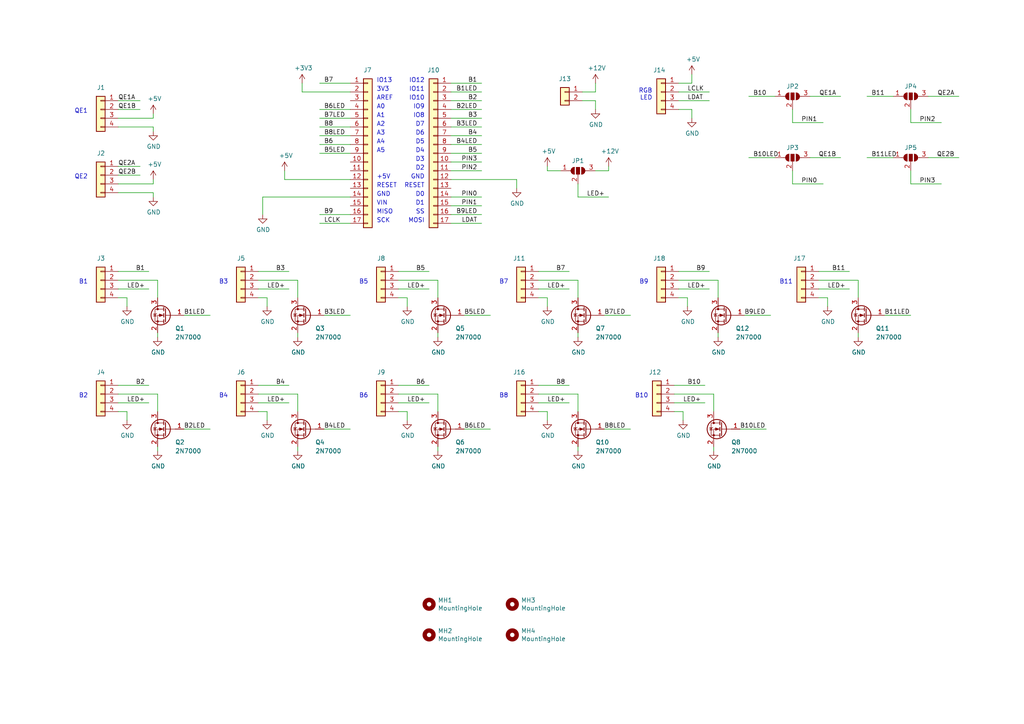
<source format=kicad_sch>
(kicad_sch (version 20211123) (generator eeschema)
  (paper "A4")
  (title_block (rev "v2.0"))
  (lib_symbols
    (symbol "Connector_Generic:Conn_01x02" (pin_names (offset 1.016) hide)
      (property "Reference" "J" (at 0 2.54 0))
      (property "Value" "Conn_01x02" (at 0 -5.08 0))
      (symbol "Conn_01x02_1_1"
        (rectangle (start -1.27 -2.413) (end 0 -2.667) (stroke (width 0.1524)))
        (rectangle (start -1.27 0.127) (end 0 -0.127) (stroke (width 0.1524)))
        (rectangle (start -1.27 1.27) (end 1.27 -3.81) (stroke (width 0.254)) (fill (type background)))
        (pin passive line (at -5.08 0 0) (length 3.81) (name "Pin_1") (number "1"))
        (pin passive line (at -5.08 -2.54 0) (length 3.81) (name "Pin_2") (number "2"))
      )
    )
    (symbol "Connector_Generic:Conn_01x04" (pin_names (offset 1.016) hide)
      (property "Reference" "J" (at 0 5.08 0))
      (property "Value" "Conn_01x04" (at 0 -7.62 0))
      (symbol "Conn_01x04_1_1"
        (rectangle (start -1.27 -4.953) (end 0 -5.207) (stroke (width 0.1524)))
        (rectangle (start -1.27 -2.413) (end 0 -2.667) (stroke (width 0.1524)))
        (rectangle (start -1.27 0.127) (end 0 -0.127) (stroke (width 0.1524)))
        (rectangle (start -1.27 2.667) (end 0 2.413) (stroke (width 0.1524)))
        (rectangle (start -1.27 3.81) (end 1.27 -6.35) (stroke (width 0.254)) (fill (type background)))
        (pin passive line (at -5.08 2.54 0) (length 3.81) (name "Pin_1") (number "1"))
        (pin passive line (at -5.08 0 0) (length 3.81) (name "Pin_2") (number "2"))
        (pin passive line (at -5.08 -2.54 0) (length 3.81) (name "Pin_3") (number "3"))
        (pin passive line (at -5.08 -5.08 0) (length 3.81) (name "Pin_4") (number "4"))
      )
    )
    (symbol "Connector_Generic:Conn_01x17" (pin_names (offset 1.016) hide)
      (property "Reference" "J" (at 0 22.86 0))
      (property "Value" "Conn_01x17" (at 0 -22.86 0))
      (symbol "Conn_01x17_1_1"
        (rectangle (start -1.27 -20.193) (end 0 -20.447) (stroke (width 0.1524)))
        (rectangle (start -1.27 -17.653) (end 0 -17.907) (stroke (width 0.1524)))
        (rectangle (start -1.27 -15.113) (end 0 -15.367) (stroke (width 0.1524)))
        (rectangle (start -1.27 -12.573) (end 0 -12.827) (stroke (width 0.1524)))
        (rectangle (start -1.27 -10.033) (end 0 -10.287) (stroke (width 0.1524)))
        (rectangle (start -1.27 -7.493) (end 0 -7.747) (stroke (width 0.1524)))
        (rectangle (start -1.27 -4.953) (end 0 -5.207) (stroke (width 0.1524)))
        (rectangle (start -1.27 -2.413) (end 0 -2.667) (stroke (width 0.1524)))
        (rectangle (start -1.27 0.127) (end 0 -0.127) (stroke (width 0.1524)))
        (rectangle (start -1.27 2.667) (end 0 2.413) (stroke (width 0.1524)))
        (rectangle (start -1.27 5.207) (end 0 4.953) (stroke (width 0.1524)))
        (rectangle (start -1.27 7.747) (end 0 7.493) (stroke (width 0.1524)))
        (rectangle (start -1.27 10.287) (end 0 10.033) (stroke (width 0.1524)))
        (rectangle (start -1.27 12.827) (end 0 12.573) (stroke (width 0.1524)))
        (rectangle (start -1.27 15.367) (end 0 15.113) (stroke (width 0.1524)))
        (rectangle (start -1.27 17.907) (end 0 17.653) (stroke (width 0.1524)))
        (rectangle (start -1.27 20.447) (end 0 20.193) (stroke (width 0.1524)))
        (rectangle (start -1.27 21.59) (end 1.27 -21.59) (stroke (width 0.254)) (fill (type background)))
        (pin passive line (at -5.08 20.32 0) (length 3.81) (name "Pin_1") (number "1"))
        (pin passive line (at -5.08 -2.54 0) (length 3.81) (name "Pin_10") (number "10"))
        (pin passive line (at -5.08 -5.08 0) (length 3.81) (name "Pin_11") (number "11"))
        (pin passive line (at -5.08 -7.62 0) (length 3.81) (name "Pin_12") (number "12"))
        (pin passive line (at -5.08 -10.16 0) (length 3.81) (name "Pin_13") (number "13"))
        (pin passive line (at -5.08 -12.7 0) (length 3.81) (name "Pin_14") (number "14"))
        (pin passive line (at -5.08 -15.24 0) (length 3.81) (name "Pin_15") (number "15"))
        (pin passive line (at -5.08 -17.78 0) (length 3.81) (name "Pin_16") (number "16"))
        (pin passive line (at -5.08 -20.32 0) (length 3.81) (name "Pin_17") (number "17"))
        (pin passive line (at -5.08 17.78 0) (length 3.81) (name "Pin_2") (number "2"))
        (pin passive line (at -5.08 15.24 0) (length 3.81) (name "Pin_3") (number "3"))
        (pin passive line (at -5.08 12.7 0) (length 3.81) (name "Pin_4") (number "4"))
        (pin passive line (at -5.08 10.16 0) (length 3.81) (name "Pin_5") (number "5"))
        (pin passive line (at -5.08 7.62 0) (length 3.81) (name "Pin_6") (number "6"))
        (pin passive line (at -5.08 5.08 0) (length 3.81) (name "Pin_7") (number "7"))
        (pin passive line (at -5.08 2.54 0) (length 3.81) (name "Pin_8") (number "8"))
        (pin passive line (at -5.08 0 0) (length 3.81) (name "Pin_9") (number "9"))
      )
    )
    (symbol "Mechanical:MountingHole" (pin_names (offset 1.016))
      (property "Reference" "H" (at 0 5.08 0))
      (property "Value" "MountingHole" (at 0 3.175 0))
      (symbol "MountingHole_0_1"
        (circle (center 0 0) (radius 1.27) (stroke (width 1.27)))
      )
    )
    (symbol "Micro-Breakout+RGB-rescue:+3.3V-power" (power) (pin_names (offset 0))
      (property "Value" "+3.3V-power" (at 0 3.556 0))
      (symbol "+3.3V-power_0_1"
        (polyline (pts (xy -0.762 1.27) (xy 0 2.54)))
        (polyline (pts (xy 0 0) (xy 0 2.54)))
        (polyline (pts (xy 0 2.54) (xy 0.762 1.27)))
      )
      (symbol "+3.3V-power_1_1"
        (pin power_in line (at 0 0 90) (length 0) hide (name "+3V3") (number "1"))
      )
    )
    (symbol "Micro-Breakout+RGB-rescue:SolderJumper_3_Open-Jumper" (pin_names (offset 0) hide)
      (property "Reference" "JP" (at -2.54 -2.54 0))
      (property "Value" "SolderJumper_3_Open-Jumper" (at 0 2.794 0))
      (symbol "SolderJumper_3_Open-Jumper_0_1"
        (arc (start -1.016 1.016) (mid -2.032 0) (end -1.016 -1.016))
        (arc (start -1.016 1.016) (mid -2.032 0) (end -1.016 -1.016) (fill (type outline)))
        (rectangle (start -0.508 1.016) (end 0.508 -1.016) (fill (type outline)))
        (polyline (pts (xy -2.54 0) (xy -2.032 0)))
        (polyline (pts (xy -1.016 1.016) (xy -1.016 -1.016)))
        (polyline (pts (xy 0 -1.27) (xy 0 -1.016)))
        (polyline (pts (xy 1.016 1.016) (xy 1.016 -1.016)))
        (polyline (pts (xy 2.54 0) (xy 2.032 0)))
        (arc (start 1.016 -1.016) (mid 2.032 0) (end 1.016 1.016))
        (arc (start 1.016 -1.016) (mid 2.032 0) (end 1.016 1.016) (fill (type outline)))
      )
      (symbol "SolderJumper_3_Open-Jumper_1_1"
        (pin passive line (at -5.08 0 0) (length 2.54) (name "A") (number "1"))
        (pin input line (at 0 -3.81 90) (length 2.54) (name "C") (number "2"))
        (pin passive line (at 5.08 0 180) (length 2.54) (name "B") (number "3"))
      )
    )
    (symbol "Transistor_FET:BSS138" (pin_names hide)
      (property "Reference" "Q" (at 5.08 1.905 0))
      (property "Value" "BSS138" (at 5.08 0 0))
      (symbol "BSS138_0_1"
        (polyline (pts (xy 0.254 0) (xy -2.54 0)))
        (polyline (pts (xy 0.254 1.905) (xy 0.254 -1.905)) (stroke (width 0.254)))
        (polyline (pts (xy 0.762 -1.27) (xy 0.762 -2.286)) (stroke (width 0.254)))
        (polyline (pts (xy 0.762 0.508) (xy 0.762 -0.508)) (stroke (width 0.254)))
        (polyline (pts (xy 0.762 2.286) (xy 0.762 1.27)) (stroke (width 0.254)))
        (polyline (pts (xy 2.54 2.54) (xy 2.54 1.778)))
        (polyline (pts (xy 2.54 -2.54) (xy 2.54 0) (xy 0.762 0)))
        (polyline (pts (xy 0.762 -1.778) (xy 3.302 -1.778) (xy 3.302 1.778) (xy 0.762 1.778)))
        (polyline (pts (xy 1.016 0) (xy 2.032 0.381) (xy 2.032 -0.381) (xy 1.016 0)) (fill (type outline)))
        (polyline (pts (xy 2.794 0.508) (xy 2.921 0.381) (xy 3.683 0.381) (xy 3.81 0.254)))
        (polyline (pts (xy 3.302 0.381) (xy 2.921 -0.254) (xy 3.683 -0.254) (xy 3.302 0.381)))
        (circle (center 1.651 0) (radius 2.794) (stroke (width 0.254)))
        (circle (center 2.54 -1.778) (radius 0.254) (fill (type outline)))
        (circle (center 2.54 1.778) (radius 0.254) (fill (type outline)))
      )
      (symbol "BSS138_1_1"
        (pin input line (at -5.08 0 0) (length 2.54) (name "G") (number "1"))
        (pin passive line (at 2.54 -5.08 90) (length 2.54) (name "S") (number "2"))
        (pin passive line (at 2.54 5.08 270) (length 2.54) (name "D") (number "3"))
      )
    )
    (symbol "power:+12V" (power) (pin_names (offset 0))
      (property "Value" "+12V" (at 0 3.556 0))
      (symbol "+12V_0_1"
        (polyline (pts (xy -0.762 1.27) (xy 0 2.54)))
        (polyline (pts (xy 0 0) (xy 0 2.54)))
        (polyline (pts (xy 0 2.54) (xy 0.762 1.27)))
      )
      (symbol "+12V_1_1"
        (pin power_in line (at 0 0 90) (length 0) hide (name "+12V") (number "1"))
      )
    )
    (symbol "power:+5V" (power) (pin_names (offset 0))
      (property "Value" "+5V" (at 0 3.556 0))
      (symbol "+5V_0_1"
        (polyline (pts (xy -0.762 1.27) (xy 0 2.54)))
        (polyline (pts (xy 0 0) (xy 0 2.54)))
        (polyline (pts (xy 0 2.54) (xy 0.762 1.27)))
      )
      (symbol "+5V_1_1"
        (pin power_in line (at 0 0 90) (length 0) hide (name "+5V") (number "1"))
      )
    )
    (symbol "power:GND" (power) (pin_names (offset 0))
      (property "Value" "GND" (at 0 -3.81 0))
      (symbol "GND_0_1"
        (polyline (pts (xy 0 0) (xy 0 -1.27) (xy 1.27 -1.27) (xy 0 -2.54) (xy -1.27 -1.27) (xy 0 -1.27)))
      )
      (symbol "GND_1_1"
        (pin power_in line (at 0 0 270) (length 0) hide (name "GND") (number "1"))
      )
    )
  )
  (wire (pts (xy 156.21 86.36) (xy 158.75 86.36)))
  (wire (pts (xy 34.29 78.74) (xy 43.18 78.74)))
  (wire (pts (xy 156.21 78.74) (xy 165.1 78.74)))
  (wire (pts (xy 53.34 91.44) (xy 60.96 91.44)))
  (wire (pts (xy 156.21 119.38) (xy 158.75 119.38)))
  (wire (pts (xy 269.24 45.72) (xy 278.13 45.72)))
  (wire (pts (xy 229.87 53.34) (xy 238.76 53.34)))
  (wire (pts (xy 127 81.28) (xy 127 86.36)))
  (wire (pts (xy 115.57 83.82) (xy 124.46 83.82)))
  (wire (pts (xy 156.21 83.82) (xy 165.1 83.82)))
  (wire (pts (xy 172.72 26.67) (xy 172.72 24.13)))
  (wire (pts (xy 215.9 91.44) (xy 223.52 91.44)))
  (wire (pts (xy 101.6 57.15) (xy 76.2 57.15)))
  (wire (pts (xy 74.93 83.82) (xy 83.82 83.82)))
  (wire (pts (xy 118.11 119.38) (xy 118.11 121.92)))
  (wire (pts (xy 207.01 114.3) (xy 207.01 119.38)))
  (wire (pts (xy 74.93 114.3) (xy 86.36 114.3)))
  (wire (pts (xy 115.57 114.3) (xy 127 114.3)))
  (wire (pts (xy 229.87 35.56) (xy 238.76 35.56)))
  (wire (pts (xy 34.29 81.28) (xy 45.72 81.28)))
  (wire (pts (xy 86.36 81.28) (xy 86.36 86.36)))
  (wire (pts (xy 237.49 81.28) (xy 248.92 81.28)))
  (wire (pts (xy 172.72 29.21) (xy 172.72 31.75)))
  (wire (pts (xy 74.93 111.76) (xy 83.82 111.76)))
  (wire (pts (xy 127 129.54) (xy 127 130.81)))
  (wire (pts (xy 229.87 35.56) (xy 229.87 31.75)))
  (wire (pts (xy 196.85 31.75) (xy 200.66 31.75)))
  (wire (pts (xy 139.7 36.83) (xy 130.81 36.83)))
  (wire (pts (xy 196.85 86.36) (xy 199.39 86.36)))
  (wire (pts (xy 168.91 29.21) (xy 172.72 29.21)))
  (wire (pts (xy 158.75 86.36) (xy 158.75 88.9)))
  (wire (pts (xy 156.21 116.84) (xy 165.1 116.84)))
  (wire (pts (xy 156.21 114.3) (xy 167.64 114.3)))
  (wire (pts (xy 34.29 86.36) (xy 36.83 86.36)))
  (wire (pts (xy 156.21 111.76) (xy 165.1 111.76)))
  (wire (pts (xy 167.64 96.52) (xy 167.64 97.79)))
  (wire (pts (xy 34.29 36.83) (xy 44.45 36.83)))
  (wire (pts (xy 92.71 39.37) (xy 101.6 39.37)))
  (wire (pts (xy 74.93 86.36) (xy 77.47 86.36)))
  (wire (pts (xy 139.7 44.45) (xy 130.81 44.45)))
  (wire (pts (xy 101.6 26.67) (xy 87.63 26.67)))
  (wire (pts (xy 130.81 59.69) (xy 139.7 59.69)))
  (wire (pts (xy 134.62 124.46) (xy 142.24 124.46)))
  (wire (pts (xy 45.72 114.3) (xy 45.72 119.38)))
  (wire (pts (xy 101.6 41.91) (xy 92.71 41.91)))
  (wire (pts (xy 44.45 57.15) (xy 44.45 55.88)))
  (wire (pts (xy 115.57 81.28) (xy 127 81.28)))
  (wire (pts (xy 86.36 129.54) (xy 86.36 130.81)))
  (wire (pts (xy 34.29 83.82) (xy 43.18 83.82)))
  (wire (pts (xy 248.92 96.52) (xy 248.92 97.79)))
  (wire (pts (xy 264.16 53.34) (xy 273.05 53.34)))
  (wire (pts (xy 34.29 53.34) (xy 44.45 53.34)))
  (wire (pts (xy 44.45 34.29) (xy 44.45 33.02)))
  (wire (pts (xy 130.81 29.21) (xy 139.7 29.21)))
  (wire (pts (xy 130.81 39.37) (xy 139.7 39.37)))
  (wire (pts (xy 36.83 119.38) (xy 36.83 121.92)))
  (wire (pts (xy 217.17 45.72) (xy 224.79 45.72)))
  (wire (pts (xy 74.93 81.28) (xy 86.36 81.28)))
  (wire (pts (xy 175.26 91.44) (xy 182.88 91.44)))
  (wire (pts (xy 34.29 114.3) (xy 45.72 114.3)))
  (wire (pts (xy 74.93 78.74) (xy 83.82 78.74)))
  (wire (pts (xy 34.29 34.29) (xy 44.45 34.29)))
  (wire (pts (xy 240.03 86.36) (xy 240.03 88.9)))
  (wire (pts (xy 237.49 78.74) (xy 246.38 78.74)))
  (wire (pts (xy 196.85 26.67) (xy 205.74 26.67)))
  (wire (pts (xy 115.57 78.74) (xy 124.46 78.74)))
  (wire (pts (xy 130.81 34.29) (xy 139.7 34.29)))
  (wire (pts (xy 175.26 124.46) (xy 182.88 124.46)))
  (wire (pts (xy 167.64 57.15) (xy 167.64 53.34)))
  (wire (pts (xy 36.83 86.36) (xy 36.83 88.9)))
  (wire (pts (xy 44.45 38.1) (xy 44.45 36.83)))
  (wire (pts (xy 130.81 49.53) (xy 139.7 49.53)))
  (wire (pts (xy 130.81 24.13) (xy 139.7 24.13)))
  (wire (pts (xy 34.29 119.38) (xy 36.83 119.38)))
  (wire (pts (xy 139.7 41.91) (xy 130.81 41.91)))
  (wire (pts (xy 34.29 111.76) (xy 43.18 111.76)))
  (wire (pts (xy 127 96.52) (xy 127 97.79)))
  (wire (pts (xy 214.63 124.46) (xy 222.25 124.46)))
  (wire (pts (xy 207.01 129.54) (xy 207.01 130.81)))
  (wire (pts (xy 167.64 81.28) (xy 167.64 86.36)))
  (wire (pts (xy 101.6 24.13) (xy 92.71 24.13)))
  (wire (pts (xy 269.24 27.94) (xy 278.13 27.94)))
  (wire (pts (xy 167.64 57.15) (xy 176.53 57.15)))
  (wire (pts (xy 156.21 81.28) (xy 167.64 81.28)))
  (wire (pts (xy 115.57 116.84) (xy 124.46 116.84)))
  (wire (pts (xy 237.49 86.36) (xy 240.03 86.36)))
  (wire (pts (xy 118.11 86.36) (xy 118.11 88.9)))
  (wire (pts (xy 167.64 114.3) (xy 167.64 119.38)))
  (wire (pts (xy 45.72 96.52) (xy 45.72 97.79)))
  (wire (pts (xy 130.81 52.07) (xy 149.86 52.07)))
  (wire (pts (xy 237.49 83.82) (xy 246.38 83.82)))
  (wire (pts (xy 195.58 111.76) (xy 204.47 111.76)))
  (wire (pts (xy 115.57 119.38) (xy 118.11 119.38)))
  (wire (pts (xy 199.39 86.36) (xy 199.39 88.9)))
  (wire (pts (xy 74.93 116.84) (xy 83.82 116.84)))
  (wire (pts (xy 45.72 81.28) (xy 45.72 86.36)))
  (wire (pts (xy 248.92 81.28) (xy 248.92 86.36)))
  (wire (pts (xy 264.16 35.56) (xy 273.05 35.56)))
  (wire (pts (xy 34.29 50.8) (xy 40.64 50.8)))
  (wire (pts (xy 34.29 55.88) (xy 44.45 55.88)))
  (wire (pts (xy 82.55 52.07) (xy 82.55 49.53)))
  (wire (pts (xy 34.29 116.84) (xy 43.18 116.84)))
  (wire (pts (xy 234.95 45.72) (xy 243.84 45.72)))
  (wire (pts (xy 217.17 27.94) (xy 224.79 27.94)))
  (wire (pts (xy 101.6 36.83) (xy 92.71 36.83)))
  (wire (pts (xy 77.47 119.38) (xy 77.47 121.92)))
  (wire (pts (xy 45.72 129.54) (xy 45.72 130.81)))
  (wire (pts (xy 208.28 81.28) (xy 208.28 86.36)))
  (wire (pts (xy 34.29 31.75) (xy 40.64 31.75)))
  (wire (pts (xy 229.87 53.34) (xy 229.87 49.53)))
  (wire (pts (xy 86.36 96.52) (xy 86.36 97.79)))
  (wire (pts (xy 34.29 29.21) (xy 40.64 29.21)))
  (wire (pts (xy 134.62 91.44) (xy 142.24 91.44)))
  (wire (pts (xy 200.66 31.75) (xy 200.66 34.29)))
  (wire (pts (xy 264.16 35.56) (xy 264.16 31.75)))
  (wire (pts (xy 92.71 64.77) (xy 101.6 64.77)))
  (wire (pts (xy 130.81 57.15) (xy 139.7 57.15)))
  (wire (pts (xy 168.91 26.67) (xy 172.72 26.67)))
  (wire (pts (xy 44.45 53.34) (xy 44.45 52.07)))
  (wire (pts (xy 158.75 49.53) (xy 158.75 48.26)))
  (wire (pts (xy 115.57 111.76) (xy 124.46 111.76)))
  (wire (pts (xy 176.53 49.53) (xy 176.53 48.26)))
  (wire (pts (xy 149.86 52.07) (xy 149.86 54.61)))
  (wire (pts (xy 264.16 53.34) (xy 264.16 49.53)))
  (wire (pts (xy 234.95 27.94) (xy 243.84 27.94)))
  (wire (pts (xy 93.98 91.44) (xy 101.6 91.44)))
  (wire (pts (xy 167.64 129.54) (xy 167.64 130.81)))
  (wire (pts (xy 195.58 114.3) (xy 207.01 114.3)))
  (wire (pts (xy 196.85 78.74) (xy 205.74 78.74)))
  (wire (pts (xy 256.54 91.44) (xy 264.16 91.44)))
  (wire (pts (xy 101.6 52.07) (xy 82.55 52.07)))
  (wire (pts (xy 93.98 124.46) (xy 101.6 124.46)))
  (wire (pts (xy 139.7 62.23) (xy 130.81 62.23)))
  (wire (pts (xy 74.93 119.38) (xy 77.47 119.38)))
  (wire (pts (xy 101.6 31.75) (xy 92.71 31.75)))
  (wire (pts (xy 172.72 49.53) (xy 176.53 49.53)))
  (wire (pts (xy 195.58 116.84) (xy 204.47 116.84)))
  (wire (pts (xy 208.28 96.52) (xy 208.28 97.79)))
  (wire (pts (xy 130.81 64.77) (xy 139.7 64.77)))
  (wire (pts (xy 162.56 49.53) (xy 158.75 49.53)))
  (wire (pts (xy 92.71 34.29) (xy 101.6 34.29)))
  (wire (pts (xy 139.7 26.67) (xy 130.81 26.67)))
  (wire (pts (xy 115.57 86.36) (xy 118.11 86.36)))
  (wire (pts (xy 198.12 119.38) (xy 198.12 121.92)))
  (wire (pts (xy 92.71 62.23) (xy 101.6 62.23)))
  (wire (pts (xy 87.63 26.67) (xy 87.63 24.13)))
  (wire (pts (xy 158.75 119.38) (xy 158.75 121.92)))
  (wire (pts (xy 34.29 48.26) (xy 40.64 48.26)))
  (wire (pts (xy 196.85 29.21) (xy 205.74 29.21)))
  (wire (pts (xy 92.71 44.45) (xy 101.6 44.45)))
  (wire (pts (xy 196.85 81.28) (xy 208.28 81.28)))
  (wire (pts (xy 196.85 24.13) (xy 200.66 24.13)))
  (wire (pts (xy 76.2 57.15) (xy 76.2 62.23)))
  (wire (pts (xy 200.66 24.13) (xy 200.66 21.59)))
  (wire (pts (xy 130.81 46.99) (xy 139.7 46.99)))
  (wire (pts (xy 251.46 27.94) (xy 259.08 27.94)))
  (wire (pts (xy 127 114.3) (xy 127 119.38)))
  (wire (pts (xy 77.47 86.36) (xy 77.47 88.9)))
  (wire (pts (xy 196.85 83.82) (xy 205.74 83.82)))
  (wire (pts (xy 53.34 124.46) (xy 60.96 124.46)))
  (wire (pts (xy 251.46 45.72) (xy 259.08 45.72)))
  (wire (pts (xy 139.7 31.75) (xy 130.81 31.75)))
  (wire (pts (xy 195.58 119.38) (xy 198.12 119.38)))
  (wire (pts (xy 86.36 114.3) (xy 86.36 119.38)))
  (text "B3" (at 63.5 82.55 0) (effects (font (size 1.27 1.27)) (justify left bottom)))
  (text "IO8" (at 123.19 34.29 180) (effects (font (size 1.27 1.27)) (justify right bottom)))
  (text "D2" (at 123.19 49.53 180) (effects (font (size 1.27 1.27)) (justify right bottom)))
  (text "GND" (at 123.19 52.07 180) (effects (font (size 1.27 1.27)) (justify right bottom)))
  (text "A4" (at 109.22 41.91 0) (effects (font (size 1.27 1.27)) (justify left bottom)))
  (text "SCK" (at 109.22 64.77 0) (effects (font (size 1.27 1.27)) (justify left bottom)))
  (text "D1" (at 123.19 59.69 180) (effects (font (size 1.27 1.27)) (justify right bottom)))
  (text "D4" (at 123.19 44.45 180) (effects (font (size 1.27 1.27)) (justify right bottom)))
  (text "B4" (at 63.5 115.57 0) (effects (font (size 1.27 1.27)) (justify left bottom)))
  (text "D3" (at 123.19 46.99 180) (effects (font (size 1.27 1.27)) (justify right bottom)))
  (text "QE2" (at 21.59 52.07 0) (effects (font (size 1.27 1.27)) (justify left bottom)))
  (text "D5" (at 123.19 41.91 180) (effects (font (size 1.27 1.27)) (justify right bottom)))
  (text "B2" (at 22.86 115.57 0) (effects (font (size 1.27 1.27)) (justify left bottom)))
  (text "B5" (at 104.14 82.55 0) (effects (font (size 1.27 1.27)) (justify left bottom)))
  (text "IO12" (at 123.19 24.13 180) (effects (font (size 1.27 1.27)) (justify right bottom)))
  (text "A1" (at 109.22 34.29 0) (effects (font (size 1.27 1.27)) (justify left bottom)))
  (text "IO13" (at 109.22 24.13 0) (effects (font (size 1.27 1.27)) (justify left bottom)))
  (text "D6" (at 123.19 39.37 180) (effects (font (size 1.27 1.27)) (justify right bottom)))
  (text "IO10" (at 123.19 29.21 180) (effects (font (size 1.27 1.27)) (justify right bottom)))
  (text "B1" (at 22.86 82.55 0) (effects (font (size 1.27 1.27)) (justify left bottom)))
  (text "B7" (at 144.78 82.55 0) (effects (font (size 1.27 1.27)) (justify left bottom)))
  (text "D7" (at 123.19 36.83 180) (effects (font (size 1.27 1.27)) (justify right bottom)))
  (text "B10" (at 184.15 115.57 0) (effects (font (size 1.27 1.27)) (justify left bottom)))
  (text "B6" (at 104.14 115.57 0) (effects (font (size 1.27 1.27)) (justify left bottom)))
  (text "GND" (at 109.22 57.15 0) (effects (font (size 1.27 1.27)) (justify left bottom)))
  (text "B8" (at 144.78 115.57 0) (effects (font (size 1.27 1.27)) (justify left bottom)))
  (text "A3" (at 109.22 39.37 0) (effects (font (size 1.27 1.27)) (justify left bottom)))
  (text "IO11" (at 123.19 26.67 180) (effects (font (size 1.27 1.27)) (justify right bottom)))
  (text "A2" (at 109.22 36.83 0) (effects (font (size 1.27 1.27)) (justify left bottom)))
  (text "MISO" (at 109.22 62.23 0) (effects (font (size 1.27 1.27)) (justify left bottom)))
  (text "+5V" (at 109.22 52.07 0) (effects (font (size 1.27 1.27)) (justify left bottom)))
  (text "A0" (at 109.22 31.75 0) (effects (font (size 1.27 1.27)) (justify left bottom)))
  (text "SS" (at 123.19 62.23 180) (effects (font (size 1.27 1.27)) (justify right bottom)))
  (text "RGB\nLED" (at 189.23 29.21 180) (effects (font (size 1.27 1.27)) (justify right bottom)))
  (text "RESET" (at 109.22 54.61 0) (effects (font (size 1.27 1.27)) (justify left bottom)))
  (text "RESET" (at 123.19 54.61 180) (effects (font (size 1.27 1.27)) (justify right bottom)))
  (text "QE1" (at 21.59 33.02 0) (effects (font (size 1.27 1.27)) (justify left bottom)))
  (text "B9" (at 185.42 82.55 0) (effects (font (size 1.27 1.27)) (justify left bottom)))
  (text "VIN" (at 109.22 59.69 0) (effects (font (size 1.27 1.27)) (justify left bottom)))
  (text "AREF" (at 109.22 29.21 0) (effects (font (size 1.27 1.27)) (justify left bottom)))
  (text "3V3" (at 109.22 26.67 0) (effects (font (size 1.27 1.27)) (justify left bottom)))
  (text "A5" (at 109.22 44.45 0) (effects (font (size 1.27 1.27)) (justify left bottom)))
  (text "B11" (at 226.06 82.55 0) (effects (font (size 1.27 1.27)) (justify left bottom)))
  (text "IO9" (at 123.19 31.75 180) (effects (font (size 1.27 1.27)) (justify right bottom)))
  (text "MOSI" (at 123.19 64.77 180) (effects (font (size 1.27 1.27)) (justify right bottom)))
  (text "D0" (at 123.19 57.15 180) (effects (font (size 1.27 1.27)) (justify right bottom)))
  (label "QE2B" (at 34.29 50.8 0))
  (label "QE1B" (at 242.57 45.72 180))
  (label "B4" (at 138.43 39.37 180))
  (label "B9" (at 201.93 78.74 0))
  (label "LED+" (at 198.12 116.84 0))
  (label "B1" (at 138.43 24.13 180))
  (label "B3" (at 80.01 78.74 0))
  (label "QE1A" (at 242.57 27.94 180))
  (label "B8" (at 93.98 36.83 0))
  (label "QE2A" (at 34.29 48.26 0))
  (label "B4" (at 80.01 111.76 0))
  (label "B6" (at 93.98 41.91 0))
  (label "B11LED" (at 252.73 45.72 0))
  (label "PIN1" (at 138.43 59.69 180))
  (label "B2" (at 138.43 29.21 180))
  (label "LED+" (at 240.03 83.82 0))
  (label "B3" (at 138.43 34.29 180))
  (label "QE1A" (at 34.29 29.21 0))
  (label "PIN0" (at 232.41 53.34 0))
  (label "LED+" (at 118.11 116.84 0))
  (label "PIN2" (at 266.7 35.56 0))
  (label "B7LED" (at 175.26 91.44 0))
  (label "B1" (at 39.37 78.74 0))
  (label "B3LED" (at 138.43 36.83 180))
  (label "B5" (at 120.65 78.74 0))
  (label "B8" (at 161.29 111.76 0))
  (label "B3LED" (at 93.98 91.44 0))
  (label "B5" (at 138.43 44.45 180))
  (label "LED+" (at 77.47 116.84 0))
  (label "B11LED" (at 256.54 91.44 0))
  (label "B10LED" (at 218.44 45.72 0))
  (label "B2LED" (at 138.43 31.75 180))
  (label "B6LED" (at 93.98 31.75 0))
  (label "B9" (at 93.98 62.23 0))
  (label "B5LED" (at 93.98 44.45 0))
  (label "B4LED" (at 93.98 124.46 0))
  (label "LED+" (at 36.83 116.84 0))
  (label "LDAT" (at 138.43 64.77 180))
  (label "LED+" (at 158.75 116.84 0))
  (label "B8LED" (at 93.98 39.37 0))
  (label "B8LED" (at 175.26 124.46 0))
  (label "B7" (at 161.29 78.74 0))
  (label "B4LED" (at 138.43 41.91 180))
  (label "B2" (at 39.37 111.76 0))
  (label "B7LED" (at 93.98 34.29 0))
  (label "LED+" (at 118.11 83.82 0))
  (label "QE2A" (at 276.86 27.94 180))
  (label "B6LED" (at 134.62 124.46 0))
  (label "LED+" (at 36.83 83.82 0))
  (label "PIN3" (at 266.7 53.34 0))
  (label "B1LED" (at 138.43 26.67 180))
  (label "B10" (at 218.44 27.94 0))
  (label "PIN0" (at 138.43 57.15 180))
  (label "LDAT" (at 199.39 29.21 0))
  (label "B11" (at 241.3 78.74 0))
  (label "LCLK" (at 199.39 26.67 0))
  (label "PIN1" (at 232.41 35.56 0))
  (label "B7" (at 93.98 24.13 0))
  (label "QE1B" (at 34.29 31.75 0))
  (label "LED+" (at 199.39 83.82 0))
  (label "B11" (at 252.73 27.94 0))
  (label "B5LED" (at 134.62 91.44 0))
  (label "B2LED" (at 53.34 124.46 0))
  (label "B9LED" (at 138.43 62.23 180))
  (label "B10LED" (at 214.63 124.46 0))
  (label "B6" (at 120.65 111.76 0))
  (label "LCLK" (at 93.98 64.77 0))
  (label "B1LED" (at 53.34 91.44 0))
  (label "LED+" (at 77.47 83.82 0))
  (label "B10" (at 199.39 111.76 0))
  (label "PIN3" (at 138.43 46.99 180))
  (label "LED+" (at 158.75 83.82 0))
  (label "PIN2" (at 138.43 49.53 180))
  (label "LED+" (at 170.18 57.15 0))
  (label "B9LED" (at 215.9 91.44 0))
  (label "QE2B" (at 276.86 45.72 180))
  (symbol (lib_id "Connector_Generic:Conn_01x04") (at 29.21 31.75 0) (mirror y) (unit 1)
    (property "Reference" "J1" (at 30.48 25.4 0) (effects (justify left)))
    (property "Value" "Conn_01x04" (effects hide))
    (property "Footprint" "Connector_JST:JST_XH_B4B-XH-A_1x04_P2.50mm_Vertical" (effects hide))
  )
  (symbol (lib_id "power:GND") (at 44.45 38.1 0) (unit 1)
    (property "Reference" "#PWR0102" (effects hide))
    (property "Value" "GND" (at 44.577 42.4942 0))
  )
  (symbol (lib_id "power:+5V") (at 44.45 33.02 0) (unit 1)
    (property "Reference" "#PWR0101" (effects hide))
    (property "Value" "+5V" (at 44.831 28.6258 0))
  )
  (symbol (lib_id "Connector_Generic:Conn_01x04") (at 29.21 50.8 0) (mirror y) (unit 1)
    (property "Reference" "J2" (at 30.48 44.45 0) (effects (justify left)))
    (property "Value" "Conn_01x04" (effects hide))
    (property "Footprint" "Connector_JST:JST_XH_B4B-XH-A_1x04_P2.50mm_Vertical" (effects hide))
  )
  (symbol (lib_id "Transistor_FET:BSS138") (at 48.26 91.44 0) (mirror y) (unit 1)
    (property "Reference" "Q1" (at 50.8 95.25 0) (effects (justify right)))
    (property "Value" "2N7000" (at 50.8 97.79 0) (effects (justify right)))
    (property "Footprint" "Package_TO_SOT_THT:TO-92_Inline_Wide" (effects hide))
    (property "Datasheet" "https://www.fairchildsemi.com/datasheets/BS/BSS138.pdf" (effects hide))
  )
  (symbol (lib_id "power:+5V") (at 44.45 52.07 0) (unit 1)
    (property "Reference" "#PWR0103" (effects hide))
    (property "Value" "+5V" (at 44.831 47.6758 0))
  )
  (symbol (lib_id "power:GND") (at 44.45 57.15 0) (unit 1)
    (property "Reference" "#PWR0104" (effects hide))
    (property "Value" "GND" (at 44.577 61.5442 0))
  )
  (symbol (lib_id "Connector_Generic:Conn_01x04") (at 29.21 81.28 0) (mirror y) (unit 1)
    (property "Reference" "J3" (at 30.48 74.93 0) (effects (justify left)))
    (property "Value" "Conn_01x04" (effects hide))
    (property "Footprint" "Connector_JST:JST_XH_B4B-XH-A_1x04_P2.50mm_Vertical" (effects hide))
  )
  (symbol (lib_id "power:GND") (at 36.83 88.9 0) (unit 1)
    (property "Reference" "#PWR0105" (effects hide))
    (property "Value" "GND" (at 36.957 93.2942 0))
  )
  (symbol (lib_id "power:GND") (at 45.72 97.79 0) (unit 1)
    (property "Reference" "#PWR0106" (effects hide))
    (property "Value" "GND" (at 45.847 102.1842 0))
  )
  (symbol (lib_id "Transistor_FET:BSS138") (at 48.26 124.46 0) (mirror y) (unit 1)
    (property "Reference" "Q2" (at 50.8 128.27 0) (effects (justify right)))
    (property "Value" "2N7000" (at 50.8 130.81 0) (effects (justify right)))
    (property "Footprint" "Package_TO_SOT_THT:TO-92_Inline_Wide" (effects hide))
    (property "Datasheet" "https://www.fairchildsemi.com/datasheets/BS/BSS138.pdf" (effects hide))
  )
  (symbol (lib_id "Connector_Generic:Conn_01x04") (at 29.21 114.3 0) (mirror y) (unit 1)
    (property "Reference" "J4" (at 30.48 107.95 0) (effects (justify left)))
    (property "Value" "Conn_01x04" (effects hide))
    (property "Footprint" "Connector_JST:JST_XH_B4B-XH-A_1x04_P2.50mm_Vertical" (effects hide))
  )
  (symbol (lib_id "power:GND") (at 36.83 121.92 0) (unit 1)
    (property "Reference" "#PWR0107" (effects hide))
    (property "Value" "GND" (at 36.957 126.3142 0))
  )
  (symbol (lib_id "power:GND") (at 45.72 130.81 0) (unit 1)
    (property "Reference" "#PWR0108" (effects hide))
    (property "Value" "GND" (at 45.847 135.2042 0))
  )
  (symbol (lib_id "Transistor_FET:BSS138") (at 88.9 91.44 0) (mirror y) (unit 1)
    (property "Reference" "Q3" (at 91.44 95.25 0) (effects (justify right)))
    (property "Value" "2N7000" (at 91.44 97.79 0) (effects (justify right)))
    (property "Footprint" "Package_TO_SOT_THT:TO-92_Inline_Wide" (effects hide))
    (property "Datasheet" "https://www.fairchildsemi.com/datasheets/BS/BSS138.pdf" (effects hide))
  )
  (symbol (lib_id "Connector_Generic:Conn_01x04") (at 69.85 81.28 0) (mirror y) (unit 1)
    (property "Reference" "J5" (at 71.12 74.93 0) (effects (justify left)))
    (property "Value" "Conn_01x04" (effects hide))
    (property "Footprint" "Connector_JST:JST_XH_B4B-XH-A_1x04_P2.50mm_Vertical" (effects hide))
  )
  (symbol (lib_id "power:GND") (at 77.47 88.9 0) (unit 1)
    (property "Reference" "#PWR0109" (effects hide))
    (property "Value" "GND" (at 77.597 93.2942 0))
  )
  (symbol (lib_id "power:GND") (at 86.36 97.79 0) (unit 1)
    (property "Reference" "#PWR0110" (effects hide))
    (property "Value" "GND" (at 86.487 102.1842 0))
  )
  (symbol (lib_id "Transistor_FET:BSS138") (at 88.9 124.46 0) (mirror y) (unit 1)
    (property "Reference" "Q4" (at 91.44 128.27 0) (effects (justify right)))
    (property "Value" "2N7000" (at 91.44 130.81 0) (effects (justify right)))
    (property "Footprint" "Package_TO_SOT_THT:TO-92_Inline_Wide" (effects hide))
    (property "Datasheet" "https://www.fairchildsemi.com/datasheets/BS/BSS138.pdf" (effects hide))
  )
  (symbol (lib_id "Connector_Generic:Conn_01x04") (at 69.85 114.3 0) (mirror y) (unit 1)
    (property "Reference" "J6" (at 71.12 107.95 0) (effects (justify left)))
    (property "Value" "Conn_01x04" (effects hide))
    (property "Footprint" "Connector_JST:JST_XH_B4B-XH-A_1x04_P2.50mm_Vertical" (effects hide))
  )
  (symbol (lib_id "power:GND") (at 77.47 121.92 0) (unit 1)
    (property "Reference" "#PWR0111" (effects hide))
    (property "Value" "GND" (at 77.597 126.3142 0))
  )
  (symbol (lib_id "power:GND") (at 86.36 130.81 0) (unit 1)
    (property "Reference" "#PWR0112" (effects hide))
    (property "Value" "GND" (at 86.487 135.2042 0))
  )
  (symbol (lib_id "Transistor_FET:BSS138") (at 129.54 91.44 0) (mirror y) (unit 1)
    (property "Reference" "Q5" (at 132.08 95.25 0) (effects (justify right)))
    (property "Value" "2N7000" (at 132.08 97.79 0) (effects (justify right)))
    (property "Footprint" "Package_TO_SOT_THT:TO-92_Inline_Wide" (effects hide))
    (property "Datasheet" "https://www.fairchildsemi.com/datasheets/BS/BSS138.pdf" (effects hide))
  )
  (symbol (lib_id "Connector_Generic:Conn_01x04") (at 110.49 81.28 0) (mirror y) (unit 1)
    (property "Reference" "J8" (at 111.76 74.93 0) (effects (justify left)))
    (property "Value" "Conn_01x04" (effects hide))
    (property "Footprint" "Connector_JST:JST_XH_B4B-XH-A_1x04_P2.50mm_Vertical" (effects hide))
  )
  (symbol (lib_id "power:GND") (at 118.11 88.9 0) (unit 1)
    (property "Reference" "#PWR0113" (effects hide))
    (property "Value" "GND" (at 118.237 93.2942 0))
  )
  (symbol (lib_id "power:GND") (at 127 97.79 0) (unit 1)
    (property "Reference" "#PWR0114" (effects hide))
    (property "Value" "GND" (at 127.127 102.1842 0))
  )
  (symbol (lib_id "Transistor_FET:BSS138") (at 129.54 124.46 0) (mirror y) (unit 1)
    (property "Reference" "Q6" (at 132.08 128.27 0) (effects (justify right)))
    (property "Value" "2N7000" (at 132.08 130.81 0) (effects (justify right)))
    (property "Footprint" "Package_TO_SOT_THT:TO-92_Inline_Wide" (effects hide))
    (property "Datasheet" "https://www.fairchildsemi.com/datasheets/BS/BSS138.pdf" (effects hide))
  )
  (symbol (lib_id "Connector_Generic:Conn_01x04") (at 110.49 114.3 0) (mirror y) (unit 1)
    (property "Reference" "J9" (at 111.76 107.95 0) (effects (justify left)))
    (property "Value" "Conn_01x04" (effects hide))
    (property "Footprint" "Connector_JST:JST_XH_B4B-XH-A_1x04_P2.50mm_Vertical" (effects hide))
  )
  (symbol (lib_id "power:GND") (at 118.11 121.92 0) (unit 1)
    (property "Reference" "#PWR0115" (effects hide))
    (property "Value" "GND" (at 118.237 126.3142 0))
  )
  (symbol (lib_id "power:GND") (at 127 130.81 0) (unit 1)
    (property "Reference" "#PWR0116" (effects hide))
    (property "Value" "GND" (at 127.127 135.2042 0))
  )
  (symbol (lib_id "Transistor_FET:BSS138") (at 170.18 91.44 0) (mirror y) (unit 1)
    (property "Reference" "Q7" (at 172.72 95.25 0) (effects (justify right)))
    (property "Value" "2N7000" (at 172.72 97.79 0) (effects (justify right)))
    (property "Footprint" "Package_TO_SOT_THT:TO-92_Inline_Wide" (effects hide))
    (property "Datasheet" "https://www.fairchildsemi.com/datasheets/BS/BSS138.pdf" (effects hide))
  )
  (symbol (lib_id "Connector_Generic:Conn_01x04") (at 151.13 81.28 0) (mirror y) (unit 1)
    (property "Reference" "J11" (at 152.4 74.93 0) (effects (justify left)))
    (property "Value" "Conn_01x04" (effects hide))
    (property "Footprint" "Connector_JST:JST_XH_B4B-XH-A_1x04_P2.50mm_Vertical" (effects hide))
  )
  (symbol (lib_id "power:GND") (at 158.75 88.9 0) (unit 1)
    (property "Reference" "#PWR0117" (effects hide))
    (property "Value" "GND" (at 158.877 93.2942 0))
  )
  (symbol (lib_id "power:GND") (at 167.64 97.79 0) (unit 1)
    (property "Reference" "#PWR0118" (effects hide))
    (property "Value" "GND" (at 167.767 102.1842 0))
  )
  (symbol (lib_id "Transistor_FET:BSS138") (at 170.18 124.46 0) (mirror y) (unit 1)
    (property "Reference" "Q10" (at 172.72 128.27 0) (effects (justify right)))
    (property "Value" "2N7000" (at 172.72 130.81 0) (effects (justify right)))
    (property "Footprint" "Package_TO_SOT_THT:TO-92_Inline_Wide" (effects hide))
    (property "Datasheet" "https://www.fairchildsemi.com/datasheets/BS/BSS138.pdf" (effects hide))
  )
  (symbol (lib_id "Connector_Generic:Conn_01x04") (at 151.13 114.3 0) (mirror y) (unit 1)
    (property "Reference" "J16" (at 152.4 107.95 0) (effects (justify left)))
    (property "Value" "Conn_01x04" (effects hide))
    (property "Footprint" "Connector_JST:JST_XH_B4B-XH-A_1x04_P2.50mm_Vertical" (effects hide))
  )
  (symbol (lib_id "power:GND") (at 158.75 121.92 0) (unit 1)
    (property "Reference" "#PWR0119" (effects hide))
    (property "Value" "GND" (at 158.877 126.3142 0))
  )
  (symbol (lib_id "power:GND") (at 167.64 130.81 0) (unit 1)
    (property "Reference" "#PWR0120" (effects hide))
    (property "Value" "GND" (at 167.767 135.2042 0))
  )
  (symbol (lib_id "Transistor_FET:BSS138") (at 210.82 91.44 0) (mirror y) (unit 1)
    (property "Reference" "Q12" (at 213.36 95.25 0) (effects (justify right)))
    (property "Value" "2N7000" (at 213.36 97.79 0) (effects (justify right)))
    (property "Footprint" "Package_TO_SOT_THT:TO-92_Inline_Wide" (effects hide))
    (property "Datasheet" "https://www.fairchildsemi.com/datasheets/BS/BSS138.pdf" (effects hide))
  )
  (symbol (lib_id "Connector_Generic:Conn_01x04") (at 191.77 81.28 0) (mirror y) (unit 1)
    (property "Reference" "J18" (at 193.04 74.93 0) (effects (justify left)))
    (property "Value" "Conn_01x04" (effects hide))
    (property "Footprint" "Connector_JST:JST_XH_B4B-XH-A_1x04_P2.50mm_Vertical" (effects hide))
  )
  (symbol (lib_id "power:GND") (at 199.39 88.9 0) (unit 1)
    (property "Reference" "#PWR0121" (effects hide))
    (property "Value" "GND" (at 199.517 93.2942 0))
  )
  (symbol (lib_id "power:GND") (at 208.28 97.79 0) (unit 1)
    (property "Reference" "#PWR0122" (effects hide))
    (property "Value" "GND" (at 208.407 102.1842 0))
  )
  (symbol (lib_id "Micro-Breakout+RGB-rescue:SolderJumper_3_Open-Jumper") (at 167.64 49.53 0) (unit 1)
    (property "Reference" "JP1" (at 167.64 46.6344 0))
    (property "Value" "SolderJumper_3_Open" (effects hide))
    (property "Footprint" "Jumper:SolderJumper-3_P1.3mm_Open_RoundedPad1.0x1.5mm" (effects hide))
  )
  (symbol (lib_id "power:+12V") (at 176.53 48.26 0) (unit 1)
    (property "Reference" "#PWR0128" (effects hide))
    (property "Value" "+12V" (at 176.911 43.8658 0))
  )
  (symbol (lib_id "Connector_Generic:Conn_01x02") (at 163.83 26.67 0) (mirror y) (unit 1)
    (property "Reference" "J13" (at 163.83 22.86 0))
    (property "Value" "Conn_01x02" (effects hide))
    (property "Footprint" "Connector_JST:JST_XH_B2B-XH-A_1x02_P2.50mm_Vertical" (effects hide))
  )
  (symbol (lib_id "power:GND") (at 172.72 31.75 0) (unit 1)
    (property "Reference" "#PWR0129" (effects hide))
    (property "Value" "GND" (at 172.847 36.1442 0))
  )
  (symbol (lib_id "power:+12V") (at 172.72 24.13 0) (unit 1)
    (property "Reference" "#PWR0130" (effects hide))
    (property "Value" "+12V" (at 173.101 19.7358 0))
  )
  (symbol (lib_id "Mechanical:MountingHole") (at 124.46 175.26 0) (unit 1)
    (property "Reference" "MH1" (at 127 174.0916 0) (effects (justify left)))
    (property "Value" "MountingHole" (at 127 176.403 0) (effects (justify left)))
    (property "Footprint" "Mounting_Holes:MountingHole_3.2mm_M3" (effects hide))
  )
  (symbol (lib_id "Mechanical:MountingHole") (at 124.46 184.15 0) (unit 1)
    (property "Reference" "MH2" (at 127 182.9816 0) (effects (justify left)))
    (property "Value" "MountingHole" (at 127 185.293 0) (effects (justify left)))
    (property "Footprint" "Mounting_Holes:MountingHole_3.2mm_M3" (effects hide))
  )
  (symbol (lib_id "Mechanical:MountingHole") (at 148.59 175.26 0) (unit 1)
    (property "Reference" "MH3" (at 151.13 174.0916 0) (effects (justify left)))
    (property "Value" "MountingHole" (at 151.13 176.403 0) (effects (justify left)))
    (property "Footprint" "Mounting_Holes:MountingHole_3.2mm_M3" (effects hide))
  )
  (symbol (lib_id "Mechanical:MountingHole") (at 148.59 184.15 0) (unit 1)
    (property "Reference" "MH4" (at 151.13 182.9816 0) (effects (justify left)))
    (property "Value" "MountingHole" (at 151.13 185.293 0) (effects (justify left)))
    (property "Footprint" "Mounting_Holes:MountingHole_3.2mm_M3" (effects hide))
  )
  (symbol (lib_id "Connector_Generic:Conn_01x17") (at 106.68 44.45 0) (unit 1)
    (property "Reference" "J7" (at 105.41 20.32 0) (effects (justify left)))
    (property "Value" "Conn_01x17" (effects hide))
    (property "Footprint" "Connector_PinSocket_2.54mm:PinSocket_1x17_P2.54mm_Vertical" (effects hide))
  )
  (symbol (lib_id "Connector_Generic:Conn_01x17") (at 125.73 44.45 0) (mirror y) (unit 1)
    (property "Reference" "J10" (at 125.73 20.32 0))
    (property "Value" "Conn_01x17" (effects hide))
    (property "Footprint" "Connector_PinSocket_2.54mm:PinSocket_1x17_P2.54mm_Vertical" (effects hide))
  )
  (symbol (lib_id "Connector_Generic:Conn_01x04") (at 191.77 26.67 0) (mirror y) (unit 1)
    (property "Reference" "J14" (at 193.04 20.32 0) (effects (justify left)))
    (property "Value" "Conn_01x04" (effects hide))
    (property "Footprint" "Connector_JST:JST_XH_B4B-XH-A_1x04_P2.50mm_Vertical" (effects hide))
  )
  (symbol (lib_id "power:GND") (at 200.66 34.29 0) (unit 1)
    (property "Reference" "#PWR0123" (effects hide))
    (property "Value" "GND" (at 200.787 38.6842 0))
  )
  (symbol (lib_id "Transistor_FET:BSS138") (at 209.55 124.46 0) (mirror y) (unit 1)
    (property "Reference" "Q8" (at 212.09 128.27 0) (effects (justify right)))
    (property "Value" "2N7000" (at 212.09 130.81 0) (effects (justify right)))
    (property "Footprint" "Package_TO_SOT_THT:TO-92_Inline_Wide" (effects hide))
    (property "Datasheet" "https://www.fairchildsemi.com/datasheets/BS/BSS138.pdf" (effects hide))
  )
  (symbol (lib_id "Connector_Generic:Conn_01x04") (at 190.5 114.3 0) (mirror y) (unit 1)
    (property "Reference" "J12" (at 191.77 107.95 0) (effects (justify left)))
    (property "Value" "Conn_01x04" (effects hide))
    (property "Footprint" "Connector_JST:JST_XH_B4B-XH-A_1x04_P2.50mm_Vertical" (effects hide))
  )
  (symbol (lib_id "power:GND") (at 198.12 121.92 0) (unit 1)
    (property "Reference" "#PWR010" (effects hide))
    (property "Value" "GND" (at 198.247 126.3142 0))
  )
  (symbol (lib_id "power:GND") (at 207.01 130.81 0) (unit 1)
    (property "Reference" "#PWR012" (effects hide))
    (property "Value" "GND" (at 207.137 135.2042 0))
  )
  (symbol (lib_id "power:+5V") (at 82.55 49.53 0) (unit 1)
    (property "Reference" "#PWR04" (effects hide))
    (property "Value" "+5V" (at 82.931 45.1358 0))
  )
  (symbol (lib_id "Micro-Breakout+RGB-rescue:+3.3V-power") (at 87.63 24.13 0) (unit 1)
    (property "Reference" "#PWR06" (effects hide))
    (property "Value" "+3.3V" (at 88.011 19.7358 0))
  )
  (symbol (lib_id "power:GND") (at 149.86 54.61 0) (unit 1)
    (property "Reference" "#PWR07" (effects hide))
    (property "Value" "GND" (at 149.987 59.0042 0))
  )
  (symbol (lib_id "power:GND") (at 76.2 62.23 0) (unit 1)
    (property "Reference" "#PWR03" (effects hide))
    (property "Value" "GND" (at 76.327 66.6242 0))
  )
  (symbol (lib_id "Micro-Breakout+RGB-rescue:SolderJumper_3_Open-Jumper") (at 229.87 27.94 0) (unit 1)
    (property "Reference" "JP2" (at 229.87 25.0444 0))
    (property "Value" "SolderJumper_3_Open" (effects hide))
    (property "Footprint" "Jumper:SolderJumper-3_P1.3mm_Open_RoundedPad1.0x1.5mm" (effects hide))
  )
  (symbol (lib_id "Micro-Breakout+RGB-rescue:SolderJumper_3_Open-Jumper") (at 229.87 45.72 0) (unit 1)
    (property "Reference" "JP3" (at 229.87 42.8244 0))
    (property "Value" "SolderJumper_3_Open" (effects hide))
    (property "Footprint" "Jumper:SolderJumper-3_P1.3mm_Open_RoundedPad1.0x1.5mm" (effects hide))
  )
  (symbol (lib_id "Micro-Breakout+RGB-rescue:SolderJumper_3_Open-Jumper") (at 264.16 27.94 0) (unit 1)
    (property "Reference" "JP4" (at 264.16 25.0444 0))
    (property "Value" "SolderJumper_3_Open" (effects hide))
    (property "Footprint" "Jumper:SolderJumper-3_P1.3mm_Open_RoundedPad1.0x1.5mm" (effects hide))
  )
  (symbol (lib_id "Micro-Breakout+RGB-rescue:SolderJumper_3_Open-Jumper") (at 264.16 45.72 0) (unit 1)
    (property "Reference" "JP5" (at 264.16 42.8244 0))
    (property "Value" "SolderJumper_3_Open" (effects hide))
    (property "Footprint" "Jumper:SolderJumper-3_P1.3mm_Open_RoundedPad1.0x1.5mm" (effects hide))
  )
  (symbol (lib_id "Transistor_FET:BSS138") (at 251.46 91.44 0) (mirror y) (unit 1)
    (property "Reference" "Q11" (at 254 95.25 0) (effects (justify right)))
    (property "Value" "2N7000" (at 254 97.79 0) (effects (justify right)))
    (property "Footprint" "Package_TO_SOT_THT:TO-92_Inline_Wide" (effects hide))
    (property "Datasheet" "https://www.fairchildsemi.com/datasheets/BS/BSS138.pdf" (effects hide))
  )
  (symbol (lib_id "Connector_Generic:Conn_01x04") (at 232.41 81.28 0) (mirror y) (unit 1)
    (property "Reference" "J17" (at 233.68 74.93 0) (effects (justify left)))
    (property "Value" "Conn_01x04" (effects hide))
    (property "Footprint" "Connector_JST:JST_XH_B4B-XH-A_1x04_P2.50mm_Vertical" (effects hide))
  )
  (symbol (lib_id "power:GND") (at 240.03 88.9 0) (unit 1)
    (property "Reference" "#PWR011" (effects hide))
    (property "Value" "GND" (at 240.157 93.2942 0))
  )
  (symbol (lib_id "power:GND") (at 248.92 97.79 0) (unit 1)
    (property "Reference" "#PWR013" (effects hide))
    (property "Value" "GND" (at 249.047 102.1842 0))
  )
  (symbol (lib_id "power:+5V") (at 158.75 48.26 0) (unit 1)
    (property "Reference" "#PWR0124" (effects hide))
    (property "Value" "+5V" (at 159.131 43.8658 0))
  )
  (symbol (lib_id "power:+5V") (at 200.66 21.59 0) (unit 1)
    (property "Reference" "#PWR0125" (effects hide))
    (property "Value" "+5V" (at 201.041 17.1958 0))
  )
)
</source>
